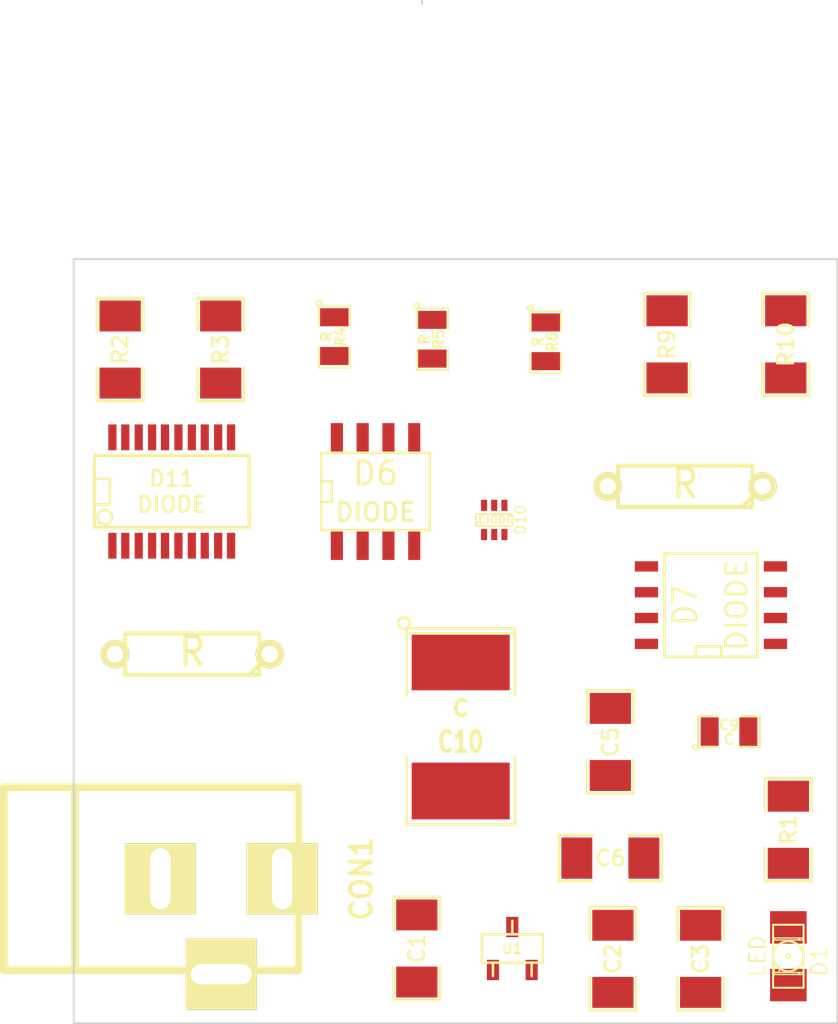
<source format=kicad_pcb>
(kicad_pcb (version 3) (host pcbnew "(2013-07-07 BZR 4022)-stable")

  (general
    (links 12)
    (no_connects 12)
    (area 131.648999 104.089999 169.341001 154.482001)
    (thickness 1.6)
    (drawings 5)
    (tracks 0)
    (zones 0)
    (modules 24)
    (nets 5)
  )

  (page A3)
  (layers
    (15 F.Cu signal)
    (0 B.Cu signal)
    (16 B.Adhes user)
    (17 F.Adhes user)
    (18 B.Paste user)
    (19 F.Paste user)
    (20 B.SilkS user)
    (21 F.SilkS user)
    (22 B.Mask user)
    (23 F.Mask user)
    (24 Dwgs.User user)
    (25 Cmts.User user)
    (26 Eco1.User user)
    (27 Eco2.User user)
    (28 Edge.Cuts user)
  )

  (setup
    (last_trace_width 0.254)
    (trace_clearance 0.254)
    (zone_clearance 0.508)
    (zone_45_only no)
    (trace_min 0.254)
    (segment_width 0.2)
    (edge_width 0.1)
    (via_size 0.889)
    (via_drill 0.635)
    (via_min_size 0.889)
    (via_min_drill 0.508)
    (uvia_size 0.508)
    (uvia_drill 0.127)
    (uvias_allowed no)
    (uvia_min_size 0.508)
    (uvia_min_drill 0.127)
    (pcb_text_width 0.3)
    (pcb_text_size 1.5 1.5)
    (mod_edge_width 0.15)
    (mod_text_size 1 1)
    (mod_text_width 0.15)
    (pad_size 1.397 1.397)
    (pad_drill 0.8128)
    (pad_to_mask_clearance 0)
    (aux_axis_origin 0 0)
    (visible_elements 7FFFFFFF)
    (pcbplotparams
      (layerselection 3178497)
      (usegerberextensions true)
      (excludeedgelayer true)
      (linewidth 0.150000)
      (plotframeref false)
      (viasonmask false)
      (mode 1)
      (useauxorigin false)
      (hpglpennumber 1)
      (hpglpenspeed 20)
      (hpglpendiameter 15)
      (hpglpenoverlay 2)
      (psnegative false)
      (psa4output false)
      (plotreference true)
      (plotvalue true)
      (plotothertext true)
      (plotinvisibletext false)
      (padsonsilk false)
      (subtractmaskfromsilk false)
      (outputformat 1)
      (mirror false)
      (drillshape 1)
      (scaleselection 1)
      (outputdirectory ""))
  )

  (net 0 "")
  (net 1 GND)
  (net 2 N-0000035)
  (net 3 N-0000036)
  (net 4 VCC)

  (net_class Default "This is the default net class."
    (clearance 0.254)
    (trace_width 0.254)
    (via_dia 0.889)
    (via_drill 0.635)
    (uvia_dia 0.508)
    (uvia_drill 0.127)
    (add_net "")
    (add_net GND)
    (add_net N-0000035)
    (add_net N-0000036)
    (add_net VCC)
  )

  (module SSOP20 (layer F.Cu) (tedit 48B5A104) (tstamp 52E8E6B6)
    (at 136.525 128.27)
    (descr "SSOP 20 pins")
    (tags "CMS SSOP SMD")
    (path /52E8D4DE)
    (attr smd)
    (fp_text reference D11 (at 0 -0.635) (layer F.SilkS)
      (effects (font (size 0.762 0.762) (thickness 0.127)))
    )
    (fp_text value DIODE (at 0 0.635) (layer F.SilkS)
      (effects (font (size 0.762 0.762) (thickness 0.127)))
    )
    (fp_line (start 3.81 -1.778) (end -3.81 -1.778) (layer F.SilkS) (width 0.1651))
    (fp_line (start -3.81 1.778) (end 3.81 1.778) (layer F.SilkS) (width 0.1651))
    (fp_line (start 3.81 -1.778) (end 3.81 1.778) (layer F.SilkS) (width 0.1651))
    (fp_line (start -3.81 1.778) (end -3.81 -1.778) (layer F.SilkS) (width 0.1524))
    (fp_circle (center -3.302 1.27) (end -3.556 1.016) (layer F.SilkS) (width 0.127))
    (fp_line (start -3.81 -0.635) (end -3.048 -0.635) (layer F.SilkS) (width 0.127))
    (fp_line (start -3.048 -0.635) (end -3.048 0.635) (layer F.SilkS) (width 0.127))
    (fp_line (start -3.048 0.635) (end -3.81 0.635) (layer F.SilkS) (width 0.127))
    (pad 1 smd rect (at -2.921 2.667) (size 0.4064 1.27)
      (layers F.Cu F.Paste F.Mask)
    )
    (pad 2 smd rect (at -2.286 2.667) (size 0.4064 1.27)
      (layers F.Cu F.Paste F.Mask)
    )
    (pad 3 smd rect (at -1.6256 2.667) (size 0.4064 1.27)
      (layers F.Cu F.Paste F.Mask)
    )
    (pad 4 smd rect (at -0.9652 2.667) (size 0.4064 1.27)
      (layers F.Cu F.Paste F.Mask)
    )
    (pad 5 smd rect (at -0.3302 2.667) (size 0.4064 1.27)
      (layers F.Cu F.Paste F.Mask)
    )
    (pad 6 smd rect (at 0.3302 2.667) (size 0.4064 1.27)
      (layers F.Cu F.Paste F.Mask)
    )
    (pad 7 smd rect (at 0.9906 2.667) (size 0.4064 1.27)
      (layers F.Cu F.Paste F.Mask)
    )
    (pad 8 smd rect (at 1.6256 2.667) (size 0.4064 1.27)
      (layers F.Cu F.Paste F.Mask)
    )
    (pad 9 smd rect (at 2.286 2.667) (size 0.4064 1.27)
      (layers F.Cu F.Paste F.Mask)
    )
    (pad 10 smd rect (at 2.921 2.667) (size 0.4064 1.27)
      (layers F.Cu F.Paste F.Mask)
    )
    (pad 11 smd rect (at 2.921 -2.667) (size 0.4064 1.27)
      (layers F.Cu F.Paste F.Mask)
    )
    (pad 12 smd rect (at 2.286 -2.667) (size 0.4064 1.27)
      (layers F.Cu F.Paste F.Mask)
    )
    (pad 13 smd rect (at 1.6256 -2.667) (size 0.4064 1.27)
      (layers F.Cu F.Paste F.Mask)
    )
    (pad 14 smd rect (at 0.9906 -2.667) (size 0.4064 1.27)
      (layers F.Cu F.Paste F.Mask)
    )
    (pad 15 smd rect (at 0.3302 -2.667) (size 0.4064 1.27)
      (layers F.Cu F.Paste F.Mask)
    )
    (pad 16 smd rect (at -0.3302 -2.667) (size 0.4064 1.27)
      (layers F.Cu F.Paste F.Mask)
    )
    (pad 17 smd rect (at -0.9652 -2.667) (size 0.4064 1.27)
      (layers F.Cu F.Paste F.Mask)
    )
    (pad 18 smd rect (at -1.6256 -2.667) (size 0.4064 1.27)
      (layers F.Cu F.Paste F.Mask)
    )
    (pad 19 smd rect (at -2.286 -2.667) (size 0.4064 1.27)
      (layers F.Cu F.Paste F.Mask)
    )
    (pad 20 smd rect (at -2.921 -2.667) (size 0.4064 1.27)
      (layers F.Cu F.Paste F.Mask)
    )
    (model smd/cms_so20.wrl
      (at (xyz 0 0 0))
      (scale (xyz 0.255 0.33 0.3))
      (rotate (xyz 0 0 0))
    )
  )

  (module SOT363 (layer F.Cu) (tedit 4ECF8DD7) (tstamp 52E8E6D9)
    (at 152.4 129.667)
    (path /52E8D4D8)
    (attr smd)
    (fp_text reference D10 (at 1.30048 0 90) (layer F.SilkS)
      (effects (font (size 0.508 0.508) (thickness 0.0762)))
    )
    (fp_text value DIODE (at 0.0635 0) (layer F.SilkS)
      (effects (font (size 0.381 0.381) (thickness 0.0762)))
    )
    (fp_line (start -0.89916 0) (end -0.59944 0.29972) (layer F.SilkS) (width 0.0762))
    (fp_line (start -0.89916 -0.29972) (end 0.89916 -0.29972) (layer F.SilkS) (width 0.0762))
    (fp_line (start 0.89916 -0.29972) (end 0.89916 0.29972) (layer F.SilkS) (width 0.0762))
    (fp_line (start 0.89916 0.29972) (end -0.89916 0.29972) (layer F.SilkS) (width 0.0762))
    (fp_line (start -0.89916 0.29972) (end -0.89916 -0.29972) (layer F.SilkS) (width 0.0762))
    (pad 6 smd rect (at -0.50038 -0.71882) (size 0.29972 0.55118)
      (layers F.Cu F.Paste F.Mask)
    )
    (pad 5 smd rect (at 0 -0.71882) (size 0.29972 0.55118)
      (layers F.Cu F.Paste F.Mask)
    )
    (pad 4 smd rect (at 0.50038 -0.71882) (size 0.29972 0.55118)
      (layers F.Cu F.Paste F.Mask)
    )
    (pad 3 smd rect (at 0.50038 0.71882) (size 0.29972 0.55118)
      (layers F.Cu F.Paste F.Mask)
    )
    (pad 2 smd rect (at 0 0.71882) (size 0.29972 0.55118)
      (layers F.Cu F.Paste F.Mask)
    )
    (pad 1 smd rect (at -0.50038 0.71882) (size 0.29972 0.55118)
      (layers F.Cu F.Paste F.Mask)
    )
    (model smd\SOT23_6.wrl
      (at (xyz 0 0 0))
      (scale (xyz 0.06 0.06 0.06))
      (rotate (xyz 0 0 -180))
    )
  )

  (module SO8N (layer F.Cu) (tedit 45127296) (tstamp 52E8E6EC)
    (at 163.068 133.858 90)
    (descr "Module CMS SOJ 8 pins large")
    (tags "CMS SOJ")
    (path /52E8D465)
    (attr smd)
    (fp_text reference D7 (at 0 -1.27 90) (layer F.SilkS)
      (effects (font (size 1.143 1.016) (thickness 0.127)))
    )
    (fp_text value DIODE (at 0 1.27 90) (layer F.SilkS)
      (effects (font (size 1.016 1.016) (thickness 0.127)))
    )
    (fp_line (start -2.54 -2.286) (end 2.54 -2.286) (layer F.SilkS) (width 0.127))
    (fp_line (start 2.54 -2.286) (end 2.54 2.286) (layer F.SilkS) (width 0.127))
    (fp_line (start 2.54 2.286) (end -2.54 2.286) (layer F.SilkS) (width 0.127))
    (fp_line (start -2.54 2.286) (end -2.54 -2.286) (layer F.SilkS) (width 0.127))
    (fp_line (start -2.54 -0.762) (end -2.032 -0.762) (layer F.SilkS) (width 0.127))
    (fp_line (start -2.032 -0.762) (end -2.032 0.508) (layer F.SilkS) (width 0.127))
    (fp_line (start -2.032 0.508) (end -2.54 0.508) (layer F.SilkS) (width 0.127))
    (pad 8 smd rect (at -1.905 -3.175 90) (size 0.508 1.143)
      (layers F.Cu F.Paste F.Mask)
    )
    (pad 7 smd rect (at -0.635 -3.175 90) (size 0.508 1.143)
      (layers F.Cu F.Paste F.Mask)
    )
    (pad 6 smd rect (at 0.635 -3.175 90) (size 0.508 1.143)
      (layers F.Cu F.Paste F.Mask)
    )
    (pad 5 smd rect (at 1.905 -3.175 90) (size 0.508 1.143)
      (layers F.Cu F.Paste F.Mask)
    )
    (pad 4 smd rect (at 1.905 3.175 90) (size 0.508 1.143)
      (layers F.Cu F.Paste F.Mask)
    )
    (pad 3 smd rect (at 0.635 3.175 90) (size 0.508 1.143)
      (layers F.Cu F.Paste F.Mask)
    )
    (pad 2 smd rect (at -0.635 3.175 90) (size 0.508 1.143)
      (layers F.Cu F.Paste F.Mask)
    )
    (pad 1 smd rect (at -1.905 3.175 90) (size 0.508 1.143)
      (layers F.Cu F.Paste F.Mask)
    )
    (model smd/cms_so8.wrl
      (at (xyz 0 0 0))
      (scale (xyz 0.5 0.38 0.5))
      (rotate (xyz 0 0 0))
    )
  )

  (module SO8E (layer F.Cu) (tedit 4F33A5C7) (tstamp 52E8E700)
    (at 146.558 128.27)
    (descr "module CMS SOJ 8 pins etroit")
    (tags "CMS SOJ")
    (path /52E8D45F)
    (attr smd)
    (fp_text reference D6 (at 0 -0.889) (layer F.SilkS)
      (effects (font (size 1.143 1.143) (thickness 0.1524)))
    )
    (fp_text value DIODE (at 0 1.016) (layer F.SilkS)
      (effects (font (size 0.889 0.889) (thickness 0.1524)))
    )
    (fp_line (start -2.667 1.778) (end -2.667 1.905) (layer F.SilkS) (width 0.127))
    (fp_line (start -2.667 1.905) (end 2.667 1.905) (layer F.SilkS) (width 0.127))
    (fp_line (start 2.667 -1.905) (end -2.667 -1.905) (layer F.SilkS) (width 0.127))
    (fp_line (start -2.667 -1.905) (end -2.667 1.778) (layer F.SilkS) (width 0.127))
    (fp_line (start -2.667 -0.508) (end -2.159 -0.508) (layer F.SilkS) (width 0.127))
    (fp_line (start -2.159 -0.508) (end -2.159 0.508) (layer F.SilkS) (width 0.127))
    (fp_line (start -2.159 0.508) (end -2.667 0.508) (layer F.SilkS) (width 0.127))
    (fp_line (start 2.667 -1.905) (end 2.667 1.905) (layer F.SilkS) (width 0.127))
    (pad 8 smd rect (at -1.905 -2.667) (size 0.59944 1.39954)
      (layers F.Cu F.Paste F.Mask)
    )
    (pad 1 smd rect (at -1.905 2.667) (size 0.59944 1.39954)
      (layers F.Cu F.Paste F.Mask)
    )
    (pad 7 smd rect (at -0.635 -2.667) (size 0.59944 1.39954)
      (layers F.Cu F.Paste F.Mask)
    )
    (pad 6 smd rect (at 0.635 -2.667) (size 0.59944 1.39954)
      (layers F.Cu F.Paste F.Mask)
    )
    (pad 5 smd rect (at 1.905 -2.667) (size 0.59944 1.39954)
      (layers F.Cu F.Paste F.Mask)
    )
    (pad 2 smd rect (at -0.635 2.667) (size 0.59944 1.39954)
      (layers F.Cu F.Paste F.Mask)
    )
    (pad 3 smd rect (at 0.635 2.667) (size 0.59944 1.39954)
      (layers F.Cu F.Paste F.Mask)
    )
    (pad 4 smd rect (at 1.905 2.667) (size 0.59944 1.39954)
      (layers F.Cu F.Paste F.Mask)
    )
    (model smd/cms_so8.wrl
      (at (xyz 0 0 0))
      (scale (xyz 0.5 0.32 0.5))
      (rotate (xyz 0 0 0))
    )
  )

  (module SM2112L (layer F.Cu) (tedit 3D6A36A7) (tstamp 52E8E736)
    (at 150.749 139.827 270)
    (path /52E8D21B)
    (attr smd)
    (fp_text reference C10 (at 0.762 0 360) (layer F.SilkS)
      (effects (font (size 1.016 0.762) (thickness 0.2032)))
    )
    (fp_text value C (at -0.889 0 360) (layer F.SilkS)
      (effects (font (size 0.762 0.762) (thickness 0.2032)))
    )
    (fp_circle (center -5.08 2.794) (end -4.826 2.667) (layer F.SilkS) (width 0.127))
    (fp_line (start -4.572 -2.667) (end -4.572 2.667) (layer F.SilkS) (width 0.127))
    (fp_line (start -4.826 -2.667) (end -4.826 2.667) (layer F.SilkS) (width 0.127))
    (fp_line (start -1.524 2.667) (end -4.826 2.667) (layer F.SilkS) (width 0.127))
    (fp_line (start -1.524 -2.667) (end -4.826 -2.667) (layer F.SilkS) (width 0.127))
    (fp_line (start 1.524 -2.667) (end 4.826 -2.667) (layer F.SilkS) (width 0.127))
    (fp_line (start 4.826 -2.667) (end 4.826 2.667) (layer F.SilkS) (width 0.127))
    (fp_line (start 4.826 2.667) (end 1.524 2.667) (layer F.SilkS) (width 0.127))
    (pad 2 smd rect (at 3.175 0 270) (size 2.794 4.826)
      (layers F.Cu F.Paste F.Mask)
    )
    (pad 1 smd rect (at -3.175 0 270) (size 2.794 4.826)
      (layers F.Cu F.Paste F.Mask)
    )
    (model smd/chip_cms.wrl
      (at (xyz 0 0 0))
      (scale (xyz 0.3 0.4 0.4))
      (rotate (xyz 0 0 0))
    )
  )

  (module SM1206 (layer F.Cu) (tedit 42806E24) (tstamp 52E8E742)
    (at 158.115 140.589 270)
    (path /52E8D539)
    (attr smd)
    (fp_text reference C5 (at 0 0 270) (layer F.SilkS)
      (effects (font (size 0.762 0.762) (thickness 0.127)))
    )
    (fp_text value C (at 0 0 270) (layer F.SilkS) hide
      (effects (font (size 0.762 0.762) (thickness 0.127)))
    )
    (fp_line (start -2.54 -1.143) (end -2.54 1.143) (layer F.SilkS) (width 0.127))
    (fp_line (start -2.54 1.143) (end -0.889 1.143) (layer F.SilkS) (width 0.127))
    (fp_line (start 0.889 -1.143) (end 2.54 -1.143) (layer F.SilkS) (width 0.127))
    (fp_line (start 2.54 -1.143) (end 2.54 1.143) (layer F.SilkS) (width 0.127))
    (fp_line (start 2.54 1.143) (end 0.889 1.143) (layer F.SilkS) (width 0.127))
    (fp_line (start -0.889 -1.143) (end -2.54 -1.143) (layer F.SilkS) (width 0.127))
    (pad 1 smd rect (at -1.651 0 270) (size 1.524 2.032)
      (layers F.Cu F.Paste F.Mask)
    )
    (pad 2 smd rect (at 1.651 0 270) (size 1.524 2.032)
      (layers F.Cu F.Paste F.Mask)
    )
    (model smd/chip_cms.wrl
      (at (xyz 0 0 0))
      (scale (xyz 0.17 0.16 0.16))
      (rotate (xyz 0 0 0))
    )
  )

  (module SM1206 (layer F.Cu) (tedit 42806E24) (tstamp 52E8E74E)
    (at 158.115 146.304)
    (path /52E8D533)
    (attr smd)
    (fp_text reference C6 (at 0 0) (layer F.SilkS)
      (effects (font (size 0.762 0.762) (thickness 0.127)))
    )
    (fp_text value C (at 0 0) (layer F.SilkS) hide
      (effects (font (size 0.762 0.762) (thickness 0.127)))
    )
    (fp_line (start -2.54 -1.143) (end -2.54 1.143) (layer F.SilkS) (width 0.127))
    (fp_line (start -2.54 1.143) (end -0.889 1.143) (layer F.SilkS) (width 0.127))
    (fp_line (start 0.889 -1.143) (end 2.54 -1.143) (layer F.SilkS) (width 0.127))
    (fp_line (start 2.54 -1.143) (end 2.54 1.143) (layer F.SilkS) (width 0.127))
    (fp_line (start 2.54 1.143) (end 0.889 1.143) (layer F.SilkS) (width 0.127))
    (fp_line (start -0.889 -1.143) (end -2.54 -1.143) (layer F.SilkS) (width 0.127))
    (pad 1 smd rect (at -1.651 0) (size 1.524 2.032)
      (layers F.Cu F.Paste F.Mask)
    )
    (pad 2 smd rect (at 1.651 0) (size 1.524 2.032)
      (layers F.Cu F.Paste F.Mask)
    )
    (model smd/chip_cms.wrl
      (at (xyz 0 0 0))
      (scale (xyz 0.17 0.16 0.16))
      (rotate (xyz 0 0 0))
    )
  )

  (module SM1206 (layer F.Cu) (tedit 42806E24) (tstamp 52E8E75A)
    (at 138.938 121.285 270)
    (path /52E8D1ED)
    (attr smd)
    (fp_text reference R3 (at 0 0 270) (layer F.SilkS)
      (effects (font (size 0.762 0.762) (thickness 0.127)))
    )
    (fp_text value R (at 0 0 270) (layer F.SilkS) hide
      (effects (font (size 0.762 0.762) (thickness 0.127)))
    )
    (fp_line (start -2.54 -1.143) (end -2.54 1.143) (layer F.SilkS) (width 0.127))
    (fp_line (start -2.54 1.143) (end -0.889 1.143) (layer F.SilkS) (width 0.127))
    (fp_line (start 0.889 -1.143) (end 2.54 -1.143) (layer F.SilkS) (width 0.127))
    (fp_line (start 2.54 -1.143) (end 2.54 1.143) (layer F.SilkS) (width 0.127))
    (fp_line (start 2.54 1.143) (end 0.889 1.143) (layer F.SilkS) (width 0.127))
    (fp_line (start -0.889 -1.143) (end -2.54 -1.143) (layer F.SilkS) (width 0.127))
    (pad 1 smd rect (at -1.651 0 270) (size 1.524 2.032)
      (layers F.Cu F.Paste F.Mask)
    )
    (pad 2 smd rect (at 1.651 0 270) (size 1.524 2.032)
      (layers F.Cu F.Paste F.Mask)
    )
    (model smd/chip_cms.wrl
      (at (xyz 0 0 0))
      (scale (xyz 0.17 0.16 0.16))
      (rotate (xyz 0 0 0))
    )
  )

  (module SM1206 (layer F.Cu) (tedit 42806E24) (tstamp 52E8E766)
    (at 133.985 121.285 270)
    (path /52E8D1E0)
    (attr smd)
    (fp_text reference R2 (at 0 0 270) (layer F.SilkS)
      (effects (font (size 0.762 0.762) (thickness 0.127)))
    )
    (fp_text value R (at 0 0 270) (layer F.SilkS) hide
      (effects (font (size 0.762 0.762) (thickness 0.127)))
    )
    (fp_line (start -2.54 -1.143) (end -2.54 1.143) (layer F.SilkS) (width 0.127))
    (fp_line (start -2.54 1.143) (end -0.889 1.143) (layer F.SilkS) (width 0.127))
    (fp_line (start 0.889 -1.143) (end 2.54 -1.143) (layer F.SilkS) (width 0.127))
    (fp_line (start 2.54 -1.143) (end 2.54 1.143) (layer F.SilkS) (width 0.127))
    (fp_line (start 2.54 1.143) (end 0.889 1.143) (layer F.SilkS) (width 0.127))
    (fp_line (start -0.889 -1.143) (end -2.54 -1.143) (layer F.SilkS) (width 0.127))
    (pad 1 smd rect (at -1.651 0 270) (size 1.524 2.032)
      (layers F.Cu F.Paste F.Mask)
    )
    (pad 2 smd rect (at 1.651 0 270) (size 1.524 2.032)
      (layers F.Cu F.Paste F.Mask)
    )
    (model smd/chip_cms.wrl
      (at (xyz 0 0 0))
      (scale (xyz 0.17 0.16 0.16))
      (rotate (xyz 0 0 0))
    )
  )

  (module SM1206 (layer F.Cu) (tedit 42806E24) (tstamp 52E8E77E)
    (at 166.878 144.907 270)
    (path /52E8CFA4)
    (attr smd)
    (fp_text reference R1 (at 0 0 270) (layer F.SilkS)
      (effects (font (size 0.762 0.762) (thickness 0.127)))
    )
    (fp_text value 10K (at 0 0 270) (layer F.SilkS) hide
      (effects (font (size 0.762 0.762) (thickness 0.127)))
    )
    (fp_line (start -2.54 -1.143) (end -2.54 1.143) (layer F.SilkS) (width 0.127))
    (fp_line (start -2.54 1.143) (end -0.889 1.143) (layer F.SilkS) (width 0.127))
    (fp_line (start 0.889 -1.143) (end 2.54 -1.143) (layer F.SilkS) (width 0.127))
    (fp_line (start 2.54 -1.143) (end 2.54 1.143) (layer F.SilkS) (width 0.127))
    (fp_line (start 2.54 1.143) (end 0.889 1.143) (layer F.SilkS) (width 0.127))
    (fp_line (start -0.889 -1.143) (end -2.54 -1.143) (layer F.SilkS) (width 0.127))
    (pad 1 smd rect (at -1.651 0 270) (size 1.524 2.032)
      (layers F.Cu F.Paste F.Mask)
      (net 4 VCC)
    )
    (pad 2 smd rect (at 1.651 0 270) (size 1.524 2.032)
      (layers F.Cu F.Paste F.Mask)
      (net 2 N-0000035)
    )
    (model smd/chip_cms.wrl
      (at (xyz 0 0 0))
      (scale (xyz 0.17 0.16 0.16))
      (rotate (xyz 0 0 0))
    )
  )

  (module SM1206 (layer F.Cu) (tedit 42806E24) (tstamp 52E8E78A)
    (at 158.242 151.257 270)
    (path /52E82278)
    (attr smd)
    (fp_text reference C2 (at 0 0 270) (layer F.SilkS)
      (effects (font (size 0.762 0.762) (thickness 0.127)))
    )
    (fp_text value 10U (at 0 0 270) (layer F.SilkS) hide
      (effects (font (size 0.762 0.762) (thickness 0.127)))
    )
    (fp_line (start -2.54 -1.143) (end -2.54 1.143) (layer F.SilkS) (width 0.127))
    (fp_line (start -2.54 1.143) (end -0.889 1.143) (layer F.SilkS) (width 0.127))
    (fp_line (start 0.889 -1.143) (end 2.54 -1.143) (layer F.SilkS) (width 0.127))
    (fp_line (start 2.54 -1.143) (end 2.54 1.143) (layer F.SilkS) (width 0.127))
    (fp_line (start 2.54 1.143) (end 0.889 1.143) (layer F.SilkS) (width 0.127))
    (fp_line (start -0.889 -1.143) (end -2.54 -1.143) (layer F.SilkS) (width 0.127))
    (pad 1 smd rect (at -1.651 0 270) (size 1.524 2.032)
      (layers F.Cu F.Paste F.Mask)
      (net 4 VCC)
    )
    (pad 2 smd rect (at 1.651 0 270) (size 1.524 2.032)
      (layers F.Cu F.Paste F.Mask)
      (net 1 GND)
    )
    (model smd/chip_cms.wrl
      (at (xyz 0 0 0))
      (scale (xyz 0.17 0.16 0.16))
      (rotate (xyz 0 0 0))
    )
  )

  (module SM1206 (layer F.Cu) (tedit 42806E24) (tstamp 52E8E796)
    (at 148.59 150.749 270)
    (path /52E82262)
    (attr smd)
    (fp_text reference C1 (at 0 0 270) (layer F.SilkS)
      (effects (font (size 0.762 0.762) (thickness 0.127)))
    )
    (fp_text value 1U (at 0 0 270) (layer F.SilkS) hide
      (effects (font (size 0.762 0.762) (thickness 0.127)))
    )
    (fp_line (start -2.54 -1.143) (end -2.54 1.143) (layer F.SilkS) (width 0.127))
    (fp_line (start -2.54 1.143) (end -0.889 1.143) (layer F.SilkS) (width 0.127))
    (fp_line (start 0.889 -1.143) (end 2.54 -1.143) (layer F.SilkS) (width 0.127))
    (fp_line (start 2.54 -1.143) (end 2.54 1.143) (layer F.SilkS) (width 0.127))
    (fp_line (start 2.54 1.143) (end 0.889 1.143) (layer F.SilkS) (width 0.127))
    (fp_line (start -0.889 -1.143) (end -2.54 -1.143) (layer F.SilkS) (width 0.127))
    (pad 1 smd rect (at -1.651 0 270) (size 1.524 2.032)
      (layers F.Cu F.Paste F.Mask)
      (net 3 N-0000036)
    )
    (pad 2 smd rect (at 1.651 0 270) (size 1.524 2.032)
      (layers F.Cu F.Paste F.Mask)
      (net 1 GND)
    )
    (model smd/chip_cms.wrl
      (at (xyz 0 0 0))
      (scale (xyz 0.17 0.16 0.16))
      (rotate (xyz 0 0 0))
    )
  )

  (module SM1206 (layer F.Cu) (tedit 42806E24) (tstamp 52E8E7A2)
    (at 162.56 151.257 270)
    (path /52E8227F)
    (attr smd)
    (fp_text reference C3 (at 0 0 270) (layer F.SilkS)
      (effects (font (size 0.762 0.762) (thickness 0.127)))
    )
    (fp_text value 1U (at 0 0 270) (layer F.SilkS) hide
      (effects (font (size 0.762 0.762) (thickness 0.127)))
    )
    (fp_line (start -2.54 -1.143) (end -2.54 1.143) (layer F.SilkS) (width 0.127))
    (fp_line (start -2.54 1.143) (end -0.889 1.143) (layer F.SilkS) (width 0.127))
    (fp_line (start 0.889 -1.143) (end 2.54 -1.143) (layer F.SilkS) (width 0.127))
    (fp_line (start 2.54 -1.143) (end 2.54 1.143) (layer F.SilkS) (width 0.127))
    (fp_line (start 2.54 1.143) (end 0.889 1.143) (layer F.SilkS) (width 0.127))
    (fp_line (start -0.889 -1.143) (end -2.54 -1.143) (layer F.SilkS) (width 0.127))
    (pad 1 smd rect (at -1.651 0 270) (size 1.524 2.032)
      (layers F.Cu F.Paste F.Mask)
      (net 4 VCC)
    )
    (pad 2 smd rect (at 1.651 0 270) (size 1.524 2.032)
      (layers F.Cu F.Paste F.Mask)
      (net 1 GND)
    )
    (model smd/chip_cms.wrl
      (at (xyz 0 0 0))
      (scale (xyz 0.17 0.16 0.16))
      (rotate (xyz 0 0 0))
    )
  )

  (module SM0805 (layer F.Cu) (tedit 5091495C) (tstamp 52E8E7AF)
    (at 149.352 120.777 270)
    (path /52E8D577)
    (attr smd)
    (fp_text reference R5 (at 0 -0.3175 270) (layer F.SilkS)
      (effects (font (size 0.50038 0.50038) (thickness 0.10922)))
    )
    (fp_text value R (at 0 0.381 270) (layer F.SilkS)
      (effects (font (size 0.50038 0.50038) (thickness 0.10922)))
    )
    (fp_circle (center -1.651 0.762) (end -1.651 0.635) (layer F.SilkS) (width 0.09906))
    (fp_line (start -0.508 0.762) (end -1.524 0.762) (layer F.SilkS) (width 0.09906))
    (fp_line (start -1.524 0.762) (end -1.524 -0.762) (layer F.SilkS) (width 0.09906))
    (fp_line (start -1.524 -0.762) (end -0.508 -0.762) (layer F.SilkS) (width 0.09906))
    (fp_line (start 0.508 -0.762) (end 1.524 -0.762) (layer F.SilkS) (width 0.09906))
    (fp_line (start 1.524 -0.762) (end 1.524 0.762) (layer F.SilkS) (width 0.09906))
    (fp_line (start 1.524 0.762) (end 0.508 0.762) (layer F.SilkS) (width 0.09906))
    (pad 1 smd rect (at -0.9525 0 270) (size 0.889 1.397)
      (layers F.Cu F.Paste F.Mask)
    )
    (pad 2 smd rect (at 0.9525 0 270) (size 0.889 1.397)
      (layers F.Cu F.Paste F.Mask)
    )
    (model smd/chip_cms.wrl
      (at (xyz 0 0 0))
      (scale (xyz 0.1 0.1 0.1))
      (rotate (xyz 0 0 0))
    )
  )

  (module SM0805 (layer F.Cu) (tedit 5091495C) (tstamp 52E8E7BC)
    (at 154.94 120.904 270)
    (path /52E8D571)
    (attr smd)
    (fp_text reference R6 (at 0 -0.3175 270) (layer F.SilkS)
      (effects (font (size 0.50038 0.50038) (thickness 0.10922)))
    )
    (fp_text value R (at 0 0.381 270) (layer F.SilkS)
      (effects (font (size 0.50038 0.50038) (thickness 0.10922)))
    )
    (fp_circle (center -1.651 0.762) (end -1.651 0.635) (layer F.SilkS) (width 0.09906))
    (fp_line (start -0.508 0.762) (end -1.524 0.762) (layer F.SilkS) (width 0.09906))
    (fp_line (start -1.524 0.762) (end -1.524 -0.762) (layer F.SilkS) (width 0.09906))
    (fp_line (start -1.524 -0.762) (end -0.508 -0.762) (layer F.SilkS) (width 0.09906))
    (fp_line (start 0.508 -0.762) (end 1.524 -0.762) (layer F.SilkS) (width 0.09906))
    (fp_line (start 1.524 -0.762) (end 1.524 0.762) (layer F.SilkS) (width 0.09906))
    (fp_line (start 1.524 0.762) (end 0.508 0.762) (layer F.SilkS) (width 0.09906))
    (pad 1 smd rect (at -0.9525 0 270) (size 0.889 1.397)
      (layers F.Cu F.Paste F.Mask)
    )
    (pad 2 smd rect (at 0.9525 0 270) (size 0.889 1.397)
      (layers F.Cu F.Paste F.Mask)
    )
    (model smd/chip_cms.wrl
      (at (xyz 0 0 0))
      (scale (xyz 0.1 0.1 0.1))
      (rotate (xyz 0 0 0))
    )
  )

  (module SM0805 (layer F.Cu) (tedit 5091495C) (tstamp 52E8E7C9)
    (at 163.957 140.081)
    (path /52E8D215)
    (attr smd)
    (fp_text reference C9 (at 0 -0.3175) (layer F.SilkS)
      (effects (font (size 0.50038 0.50038) (thickness 0.10922)))
    )
    (fp_text value C (at 0 0.381) (layer F.SilkS)
      (effects (font (size 0.50038 0.50038) (thickness 0.10922)))
    )
    (fp_circle (center -1.651 0.762) (end -1.651 0.635) (layer F.SilkS) (width 0.09906))
    (fp_line (start -0.508 0.762) (end -1.524 0.762) (layer F.SilkS) (width 0.09906))
    (fp_line (start -1.524 0.762) (end -1.524 -0.762) (layer F.SilkS) (width 0.09906))
    (fp_line (start -1.524 -0.762) (end -0.508 -0.762) (layer F.SilkS) (width 0.09906))
    (fp_line (start 0.508 -0.762) (end 1.524 -0.762) (layer F.SilkS) (width 0.09906))
    (fp_line (start 1.524 -0.762) (end 1.524 0.762) (layer F.SilkS) (width 0.09906))
    (fp_line (start 1.524 0.762) (end 0.508 0.762) (layer F.SilkS) (width 0.09906))
    (pad 1 smd rect (at -0.9525 0) (size 0.889 1.397)
      (layers F.Cu F.Paste F.Mask)
    )
    (pad 2 smd rect (at 0.9525 0) (size 0.889 1.397)
      (layers F.Cu F.Paste F.Mask)
    )
    (model smd/chip_cms.wrl
      (at (xyz 0 0 0))
      (scale (xyz 0.1 0.1 0.1))
      (rotate (xyz 0 0 0))
    )
  )

  (module SM0805 (layer F.Cu) (tedit 5091495C) (tstamp 52E8E7F0)
    (at 144.526 120.65 270)
    (path /52E8D1F3)
    (attr smd)
    (fp_text reference R4 (at 0 -0.3175 270) (layer F.SilkS)
      (effects (font (size 0.50038 0.50038) (thickness 0.10922)))
    )
    (fp_text value R (at 0 0.381 270) (layer F.SilkS)
      (effects (font (size 0.50038 0.50038) (thickness 0.10922)))
    )
    (fp_circle (center -1.651 0.762) (end -1.651 0.635) (layer F.SilkS) (width 0.09906))
    (fp_line (start -0.508 0.762) (end -1.524 0.762) (layer F.SilkS) (width 0.09906))
    (fp_line (start -1.524 0.762) (end -1.524 -0.762) (layer F.SilkS) (width 0.09906))
    (fp_line (start -1.524 -0.762) (end -0.508 -0.762) (layer F.SilkS) (width 0.09906))
    (fp_line (start 0.508 -0.762) (end 1.524 -0.762) (layer F.SilkS) (width 0.09906))
    (fp_line (start 1.524 -0.762) (end 1.524 0.762) (layer F.SilkS) (width 0.09906))
    (fp_line (start 1.524 0.762) (end 0.508 0.762) (layer F.SilkS) (width 0.09906))
    (pad 1 smd rect (at -0.9525 0 270) (size 0.889 1.397)
      (layers F.Cu F.Paste F.Mask)
    )
    (pad 2 smd rect (at 0.9525 0 270) (size 0.889 1.397)
      (layers F.Cu F.Paste F.Mask)
    )
    (model smd/chip_cms.wrl
      (at (xyz 0 0 0))
      (scale (xyz 0.1 0.1 0.1))
      (rotate (xyz 0 0 0))
    )
  )

  (module R3 (layer F.Cu) (tedit 4E4C0E65) (tstamp 52E8E826)
    (at 137.541 136.271 180)
    (descr "Resitance 3 pas")
    (tags R)
    (path /52E8D56B)
    (autoplace_cost180 10)
    (fp_text reference R7 (at 0 0.127 180) (layer F.SilkS) hide
      (effects (font (size 1.397 1.27) (thickness 0.2032)))
    )
    (fp_text value R (at 0 0.127 180) (layer F.SilkS)
      (effects (font (size 1.397 1.27) (thickness 0.2032)))
    )
    (fp_line (start -3.81 0) (end -3.302 0) (layer F.SilkS) (width 0.2032))
    (fp_line (start 3.81 0) (end 3.302 0) (layer F.SilkS) (width 0.2032))
    (fp_line (start 3.302 0) (end 3.302 -1.016) (layer F.SilkS) (width 0.2032))
    (fp_line (start 3.302 -1.016) (end -3.302 -1.016) (layer F.SilkS) (width 0.2032))
    (fp_line (start -3.302 -1.016) (end -3.302 1.016) (layer F.SilkS) (width 0.2032))
    (fp_line (start -3.302 1.016) (end 3.302 1.016) (layer F.SilkS) (width 0.2032))
    (fp_line (start 3.302 1.016) (end 3.302 0) (layer F.SilkS) (width 0.2032))
    (fp_line (start -3.302 -0.508) (end -2.794 -1.016) (layer F.SilkS) (width 0.2032))
    (pad 1 thru_hole circle (at -3.81 0 180) (size 1.397 1.397) (drill 0.8128)
      (layers *.Cu *.Mask F.SilkS)
    )
    (pad 2 thru_hole circle (at 3.81 0 180) (size 1.397 1.397) (drill 0.8128)
      (layers *.Cu *.Mask F.SilkS)
    )
    (model discret/resistor.wrl
      (at (xyz 0 0 0))
      (scale (xyz 0.3 0.3 0.3))
      (rotate (xyz 0 0 0))
    )
  )

  (module R3 (layer F.Cu) (tedit 4E4C0E65) (tstamp 52E8E834)
    (at 161.798 128.016 180)
    (descr "Resitance 3 pas")
    (tags R)
    (path /52E8D565)
    (autoplace_cost180 10)
    (fp_text reference R8 (at 0 0.127 180) (layer F.SilkS) hide
      (effects (font (size 1.397 1.27) (thickness 0.2032)))
    )
    (fp_text value R (at 0 0.127 180) (layer F.SilkS)
      (effects (font (size 1.397 1.27) (thickness 0.2032)))
    )
    (fp_line (start -3.81 0) (end -3.302 0) (layer F.SilkS) (width 0.2032))
    (fp_line (start 3.81 0) (end 3.302 0) (layer F.SilkS) (width 0.2032))
    (fp_line (start 3.302 0) (end 3.302 -1.016) (layer F.SilkS) (width 0.2032))
    (fp_line (start 3.302 -1.016) (end -3.302 -1.016) (layer F.SilkS) (width 0.2032))
    (fp_line (start -3.302 -1.016) (end -3.302 1.016) (layer F.SilkS) (width 0.2032))
    (fp_line (start -3.302 1.016) (end 3.302 1.016) (layer F.SilkS) (width 0.2032))
    (fp_line (start 3.302 1.016) (end 3.302 0) (layer F.SilkS) (width 0.2032))
    (fp_line (start -3.302 -0.508) (end -2.794 -1.016) (layer F.SilkS) (width 0.2032))
    (pad 1 thru_hole circle (at -3.81 0 180) (size 1.397 1.397) (drill 0.8128)
      (layers *.Cu *.Mask F.SilkS)
    )
    (pad 2 thru_hole circle (at 3.81 0 180) (size 1.397 1.397) (drill 0.8128)
      (layers *.Cu *.Mask F.SilkS)
    )
    (model discret/resistor.wrl
      (at (xyz 0 0 0))
      (scale (xyz 0.3 0.3 0.3))
      (rotate (xyz 0 0 0))
    )
  )

  (module LED-1206 (layer F.Cu) (tedit 52E90F1E) (tstamp 52E8E85E)
    (at 166.878 151.13 270)
    (descr "LED 1206 smd package")
    (tags "LED1206 SMD")
    (path /52E8CFB3)
    (attr smd)
    (fp_text reference D1 (at 0.254 -1.524 270) (layer F.SilkS)
      (effects (font (size 0.762 0.762) (thickness 0.0889)))
    )
    (fp_text value LED (at 0 1.524 270) (layer F.SilkS)
      (effects (font (size 0.762 0.762) (thickness 0.0889)))
    )
    (fp_line (start -0.09906 0.09906) (end 0.09906 0.09906) (layer F.SilkS) (width 0.06604))
    (fp_line (start 0.09906 0.09906) (end 0.09906 -0.09906) (layer F.SilkS) (width 0.06604))
    (fp_line (start -0.09906 -0.09906) (end 0.09906 -0.09906) (layer F.SilkS) (width 0.06604))
    (fp_line (start -0.09906 0.09906) (end -0.09906 -0.09906) (layer F.SilkS) (width 0.06604))
    (fp_line (start 0.44958 0.6985) (end 0.79756 0.6985) (layer F.SilkS) (width 0.06604))
    (fp_line (start 0.79756 0.6985) (end 0.79756 0.44958) (layer F.SilkS) (width 0.06604))
    (fp_line (start 0.44958 0.44958) (end 0.79756 0.44958) (layer F.SilkS) (width 0.06604))
    (fp_line (start 0.44958 0.6985) (end 0.44958 0.44958) (layer F.SilkS) (width 0.06604))
    (fp_line (start 0.79756 0.6985) (end 0.89916 0.6985) (layer F.SilkS) (width 0.06604))
    (fp_line (start 0.89916 0.6985) (end 0.89916 -0.49784) (layer F.SilkS) (width 0.06604))
    (fp_line (start 0.79756 -0.49784) (end 0.89916 -0.49784) (layer F.SilkS) (width 0.06604))
    (fp_line (start 0.79756 0.6985) (end 0.79756 -0.49784) (layer F.SilkS) (width 0.06604))
    (fp_line (start 0.79756 -0.54864) (end 0.89916 -0.54864) (layer F.SilkS) (width 0.06604))
    (fp_line (start 0.89916 -0.54864) (end 0.89916 -0.6985) (layer F.SilkS) (width 0.06604))
    (fp_line (start 0.79756 -0.6985) (end 0.89916 -0.6985) (layer F.SilkS) (width 0.06604))
    (fp_line (start 0.79756 -0.54864) (end 0.79756 -0.6985) (layer F.SilkS) (width 0.06604))
    (fp_line (start -0.89916 0.6985) (end -0.79756 0.6985) (layer F.SilkS) (width 0.06604))
    (fp_line (start -0.79756 0.6985) (end -0.79756 -0.49784) (layer F.SilkS) (width 0.06604))
    (fp_line (start -0.89916 -0.49784) (end -0.79756 -0.49784) (layer F.SilkS) (width 0.06604))
    (fp_line (start -0.89916 0.6985) (end -0.89916 -0.49784) (layer F.SilkS) (width 0.06604))
    (fp_line (start -0.89916 -0.54864) (end -0.79756 -0.54864) (layer F.SilkS) (width 0.06604))
    (fp_line (start -0.79756 -0.54864) (end -0.79756 -0.6985) (layer F.SilkS) (width 0.06604))
    (fp_line (start -0.89916 -0.6985) (end -0.79756 -0.6985) (layer F.SilkS) (width 0.06604))
    (fp_line (start -0.89916 -0.54864) (end -0.89916 -0.6985) (layer F.SilkS) (width 0.06604))
    (fp_line (start 0.44958 0.6985) (end 0.59944 0.6985) (layer F.SilkS) (width 0.06604))
    (fp_line (start 0.59944 0.6985) (end 0.59944 0.44958) (layer F.SilkS) (width 0.06604))
    (fp_line (start 0.44958 0.44958) (end 0.59944 0.44958) (layer F.SilkS) (width 0.06604))
    (fp_line (start 0.44958 0.6985) (end 0.44958 0.44958) (layer F.SilkS) (width 0.06604))
    (fp_line (start 1.5494 0.7493) (end -1.5494 0.7493) (layer F.SilkS) (width 0.1016))
    (fp_line (start -1.5494 0.7493) (end -1.5494 -0.7493) (layer F.SilkS) (width 0.1016))
    (fp_line (start -1.5494 -0.7493) (end 1.5494 -0.7493) (layer F.SilkS) (width 0.1016))
    (fp_line (start 1.5494 -0.7493) (end 1.5494 0.7493) (layer F.SilkS) (width 0.1016))
    (fp_arc (start 0 0) (end 0.54864 0.49784) (angle 95.4) (layer F.SilkS) (width 0.1016))
    (fp_arc (start 0 0) (end -0.54864 0.49784) (angle 84.5) (layer F.SilkS) (width 0.1016))
    (fp_arc (start 0 0) (end -0.54864 -0.49784) (angle 95.4) (layer F.SilkS) (width 0.1016))
    (fp_arc (start 0 0) (end 0.54864 -0.49784) (angle 84.5) (layer F.SilkS) (width 0.1016))
    (pad 1 smd rect (at -1.41986 0 270) (size 1.59766 1.80086)
      (layers F.Cu F.Paste F.Mask)
      (net 2 N-0000035)
    )
    (pad 2 smd rect (at 1.41986 0 270) (size 1.59766 1.80086)
      (layers F.Cu F.Paste F.Mask)
      (net 1 GND)
    )
  )

  (module BARREL_JACK (layer F.Cu) (tedit 505F99C2) (tstamp 52E8E8E1)
    (at 135.763 147.32)
    (descr "DC Barrel Jack")
    (tags "Power Jack")
    (path /52E822CB)
    (fp_text reference CON1 (at 10.09904 0 90) (layer F.SilkS)
      (effects (font (size 1.016 1.016) (thickness 0.2032)))
    )
    (fp_text value BARREL_JACK (at 0 -5.99948) (layer F.SilkS) hide
      (effects (font (size 1.016 1.016) (thickness 0.2032)))
    )
    (fp_line (start -4.0005 -4.50088) (end -4.0005 4.50088) (layer F.SilkS) (width 0.381))
    (fp_line (start -7.50062 -4.50088) (end -7.50062 4.50088) (layer F.SilkS) (width 0.381))
    (fp_line (start -7.50062 4.50088) (end 7.00024 4.50088) (layer F.SilkS) (width 0.381))
    (fp_line (start 7.00024 4.50088) (end 7.00024 -4.50088) (layer F.SilkS) (width 0.381))
    (fp_line (start 7.00024 -4.50088) (end -7.50062 -4.50088) (layer F.SilkS) (width 0.381))
    (pad 1 thru_hole rect (at 6.20014 0) (size 3.50012 3.50012) (drill oval 1.00076 2.99974)
      (layers *.Cu *.Mask F.SilkS)
      (net 1 GND)
    )
    (pad 2 thru_hole rect (at 0.20066 0) (size 3.50012 3.50012) (drill oval 1.00076 2.99974)
      (layers *.Cu *.Mask F.SilkS)
      (net 3 N-0000036)
    )
    (pad 3 thru_hole rect (at 3.2004 4.699) (size 3.50012 3.50012) (drill oval 2.99974 1.00076)
      (layers *.Cu *.Mask F.SilkS)
      (net 1 GND)
    )
  )

  (module sot23 (layer F.Cu) (tedit 52E90C32) (tstamp 52E90B72)
    (at 153.289 150.749)
    (descr SOT23)
    (path /52E84FC2)
    (attr smd)
    (fp_text reference U1 (at 0 0) (layer F.SilkS)
      (effects (font (size 0.50038 0.50038) (thickness 0.09906)))
    )
    (fp_text value MCP1703CB (at 0 0.09906) (layer F.SilkS) hide
      (effects (font (size 0.50038 0.50038) (thickness 0.09906)))
    )
    (fp_line (start 0.9525 0.6985) (end 0.9525 1.3589) (layer F.SilkS) (width 0.127))
    (fp_line (start -0.9525 0.6985) (end -0.9525 1.3589) (layer F.SilkS) (width 0.127))
    (fp_line (start 0 -0.6985) (end 0 -1.3589) (layer F.SilkS) (width 0.127))
    (fp_line (start -1.4986 -0.6985) (end 1.4986 -0.6985) (layer F.SilkS) (width 0.127))
    (fp_line (start 1.4986 -0.6985) (end 1.4986 0.6985) (layer F.SilkS) (width 0.127))
    (fp_line (start 1.4986 0.6985) (end -1.4986 0.6985) (layer F.SilkS) (width 0.127))
    (fp_line (start -1.4986 0.6985) (end -1.4986 -0.6985) (layer F.SilkS) (width 0.127))
    (pad 1 smd rect (at -0.9525 1.05664) (size 0.59944 1.00076)
      (layers F.Cu F.Paste F.Mask)
      (net 1 GND)
    )
    (pad 2 smd rect (at 0 -1.05664) (size 0.59944 1.00076)
      (layers F.Cu F.Paste F.Mask)
      (net 4 VCC)
    )
    (pad 3 smd rect (at 0.9525 1.05664) (size 0.59944 1.00076)
      (layers F.Cu F.Paste F.Mask)
      (net 3 N-0000036)
    )
    (model smd/smd_transistors/sot23.wrl
      (at (xyz 0 0 0))
      (scale (xyz 1 1 1))
      (rotate (xyz 0 0 0))
    )
  )

  (module SM1206 (layer F.Cu) (tedit 42806E24) (tstamp 52E8E80A)
    (at 166.751 121.031 270)
    (path /52E8D54F)
    (attr smd)
    (fp_text reference R10 (at 0 0 270) (layer F.SilkS)
      (effects (font (size 0.762 0.762) (thickness 0.127)))
    )
    (fp_text value R (at 0 0 270) (layer F.SilkS) hide
      (effects (font (size 0.762 0.762) (thickness 0.127)))
    )
    (fp_line (start -2.54 -1.143) (end -2.54 1.143) (layer F.SilkS) (width 0.127))
    (fp_line (start -2.54 1.143) (end -0.889 1.143) (layer F.SilkS) (width 0.127))
    (fp_line (start 0.889 -1.143) (end 2.54 -1.143) (layer F.SilkS) (width 0.127))
    (fp_line (start 2.54 -1.143) (end 2.54 1.143) (layer F.SilkS) (width 0.127))
    (fp_line (start 2.54 1.143) (end 0.889 1.143) (layer F.SilkS) (width 0.127))
    (fp_line (start -0.889 -1.143) (end -2.54 -1.143) (layer F.SilkS) (width 0.127))
    (pad 1 smd rect (at -1.651 0 270) (size 1.524 2.032)
      (layers F.Cu F.Paste F.Mask)
    )
    (pad 2 smd rect (at 1.651 0 270) (size 1.524 2.032)
      (layers F.Cu F.Paste F.Mask)
    )
    (model smd/chip_cms.wrl
      (at (xyz 0 0 0))
      (scale (xyz 0.17 0.16 0.16))
      (rotate (xyz 0 0 0))
    )
  )

  (module SM1206 (layer F.Cu) (tedit 42806E24) (tstamp 52E8E818)
    (at 160.909 121.031 270)
    (path /52E8D555)
    (attr smd)
    (fp_text reference R9 (at 0 0 270) (layer F.SilkS)
      (effects (font (size 0.762 0.762) (thickness 0.127)))
    )
    (fp_text value R (at 0 0 270) (layer F.SilkS) hide
      (effects (font (size 0.762 0.762) (thickness 0.127)))
    )
    (fp_line (start -2.54 -1.143) (end -2.54 1.143) (layer F.SilkS) (width 0.127))
    (fp_line (start -2.54 1.143) (end -0.889 1.143) (layer F.SilkS) (width 0.127))
    (fp_line (start 0.889 -1.143) (end 2.54 -1.143) (layer F.SilkS) (width 0.127))
    (fp_line (start 2.54 -1.143) (end 2.54 1.143) (layer F.SilkS) (width 0.127))
    (fp_line (start 2.54 1.143) (end 0.889 1.143) (layer F.SilkS) (width 0.127))
    (fp_line (start -0.889 -1.143) (end -2.54 -1.143) (layer F.SilkS) (width 0.127))
    (pad 1 smd rect (at -1.651 0 270) (size 1.524 2.032)
      (layers F.Cu F.Paste F.Mask)
    )
    (pad 2 smd rect (at 1.651 0 270) (size 1.524 2.032)
      (layers F.Cu F.Paste F.Mask)
    )
    (model smd/chip_cms.wrl
      (at (xyz 0 0 0))
      (scale (xyz 0.17 0.16 0.16))
      (rotate (xyz 0 0 0))
    )
  )

  (gr_line (start 131.699 116.84) (end 131.699 154.432) (angle 90) (layer Edge.Cuts) (width 0.1))
  (gr_line (start 169.291 116.84) (end 131.699 116.84) (angle 90) (layer Edge.Cuts) (width 0.1))
  (gr_line (start 169.291 154.432) (end 169.291 116.84) (angle 90) (layer Edge.Cuts) (width 0.1))
  (gr_line (start 131.699 154.432) (end 169.291 154.432) (angle 90) (layer Edge.Cuts) (width 0.1))
  (gr_line (start 148.844 104.14) (end 148.844 104.267) (angle 90) (layer Edge.Cuts) (width 0.1))

)

</source>
